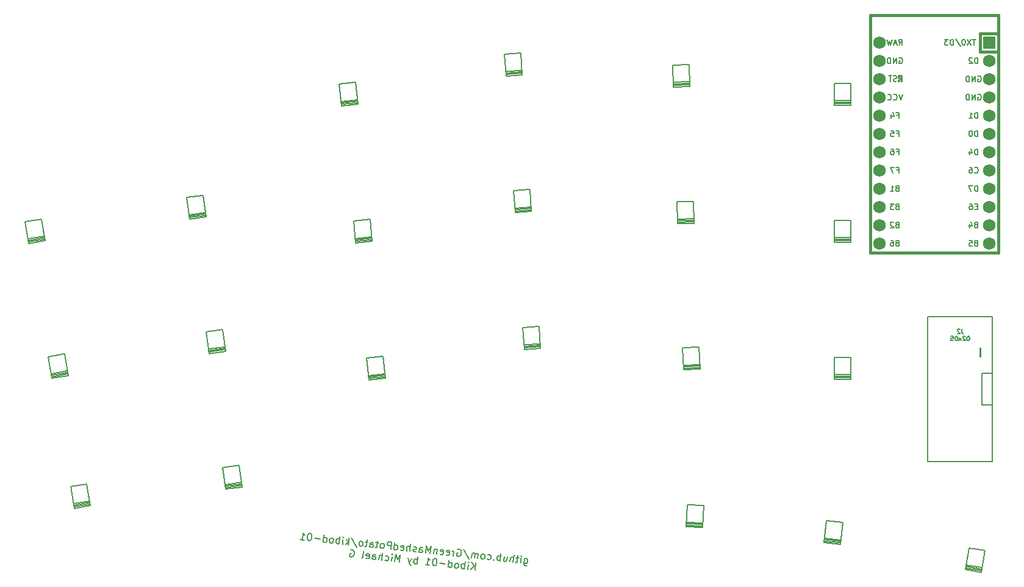
<source format=gbo>
%TF.GenerationSoftware,KiCad,Pcbnew,(6.0.0-0)*%
%TF.CreationDate,2022-01-05T19:55:07+07:00*%
%TF.ProjectId,kibod-01,6b69626f-642d-4303-912e-6b696361645f,rev?*%
%TF.SameCoordinates,Original*%
%TF.FileFunction,Legend,Bot*%
%TF.FilePolarity,Positive*%
%FSLAX46Y46*%
G04 Gerber Fmt 4.6, Leading zero omitted, Abs format (unit mm)*
G04 Created by KiCad (PCBNEW (6.0.0-0)) date 2022-01-05 19:55:07*
%MOMM*%
%LPD*%
G01*
G04 APERTURE LIST*
%ADD10C,0.150000*%
%ADD11C,0.127000*%
%ADD12C,0.203200*%
%ADD13C,0.381000*%
%ADD14R,1.752600X1.752600*%
%ADD15C,1.752600*%
G04 APERTURE END LIST*
D10*
X101571803Y-94125374D02*
X101487185Y-94930463D01*
X101524588Y-95030157D01*
X101566969Y-95082493D01*
X101656708Y-95139806D01*
X101798782Y-95154739D01*
X101898476Y-95117336D01*
X101507095Y-94741030D02*
X101596834Y-94798344D01*
X101786267Y-94818254D01*
X101885961Y-94780851D01*
X101938296Y-94738470D01*
X101995610Y-94648731D01*
X102025475Y-94364582D01*
X101988072Y-94264888D01*
X101945691Y-94212553D01*
X101855952Y-94155239D01*
X101666520Y-94135329D01*
X101566826Y-94172732D01*
X101028536Y-94738613D02*
X101098222Y-94075599D01*
X101133064Y-93744091D02*
X101175445Y-93796427D01*
X101123109Y-93838808D01*
X101080729Y-93786472D01*
X101133064Y-93744091D01*
X101123109Y-93838808D01*
X100766714Y-94040756D02*
X100387849Y-94000935D01*
X100659482Y-93694316D02*
X100569887Y-94546763D01*
X100512573Y-94636502D01*
X100412879Y-94673905D01*
X100318163Y-94663950D01*
X99986656Y-94629107D02*
X100091184Y-93634585D01*
X99560432Y-94584309D02*
X99615185Y-94063369D01*
X99672498Y-93973630D01*
X99772192Y-93936227D01*
X99914267Y-93951160D01*
X100004006Y-94008473D01*
X100046386Y-94060809D01*
X98730312Y-93826721D02*
X98660627Y-94489736D01*
X99156536Y-93871519D02*
X99101783Y-94392459D01*
X99044470Y-94482198D01*
X98944776Y-94519601D01*
X98802701Y-94504668D01*
X98712962Y-94447355D01*
X98670582Y-94395019D01*
X98187045Y-94439960D02*
X98291573Y-93445438D01*
X98251753Y-93824304D02*
X98162014Y-93766991D01*
X97972581Y-93747080D01*
X97872887Y-93784484D01*
X97820552Y-93826864D01*
X97763238Y-93916603D01*
X97733373Y-94200752D01*
X97770776Y-94300446D01*
X97813157Y-94352782D01*
X97902896Y-94410095D01*
X98092328Y-94430005D01*
X98192022Y-94392602D01*
X97297194Y-94250671D02*
X97244859Y-94293051D01*
X97287239Y-94345387D01*
X97339575Y-94303006D01*
X97297194Y-94250671D01*
X97287239Y-94345387D01*
X96392411Y-94203455D02*
X96482150Y-94260769D01*
X96671583Y-94280679D01*
X96771277Y-94243276D01*
X96823612Y-94200895D01*
X96880926Y-94111156D01*
X96910791Y-93827007D01*
X96873388Y-93727313D01*
X96831007Y-93674978D01*
X96741268Y-93617664D01*
X96551836Y-93597754D01*
X96452142Y-93635157D01*
X95819135Y-94191083D02*
X95918829Y-94153680D01*
X95971165Y-94111299D01*
X96028478Y-94021561D01*
X96058344Y-93737411D01*
X96020941Y-93637717D01*
X95978560Y-93585382D01*
X95888821Y-93528068D01*
X95746747Y-93513136D01*
X95647053Y-93550539D01*
X95594717Y-93592920D01*
X95537404Y-93682658D01*
X95507538Y-93966808D01*
X95544941Y-94066501D01*
X95587322Y-94118837D01*
X95677061Y-94176150D01*
X95819135Y-94191083D01*
X95061405Y-94111442D02*
X95131090Y-93448428D01*
X95121135Y-93543144D02*
X95078754Y-93490808D01*
X94989016Y-93433495D01*
X94846941Y-93418562D01*
X94747247Y-93455966D01*
X94689934Y-93545704D01*
X94635181Y-94066644D01*
X94689934Y-93545704D02*
X94652531Y-93446010D01*
X94562792Y-93388697D01*
X94420717Y-93373765D01*
X94321023Y-93411168D01*
X94263710Y-93500906D01*
X94208957Y-94021847D01*
X93134509Y-92855528D02*
X93852562Y-94223795D01*
X92272106Y-92860648D02*
X92371800Y-92823245D01*
X92513875Y-92838178D01*
X92650972Y-92900469D01*
X92735733Y-93005140D01*
X92773136Y-93104834D01*
X92800584Y-93299244D01*
X92785651Y-93441319D01*
X92718383Y-93625774D01*
X92661070Y-93715513D01*
X92556398Y-93800274D01*
X92409346Y-93832700D01*
X92314630Y-93822745D01*
X92177533Y-93760454D01*
X92135152Y-93708118D01*
X92169995Y-93376611D01*
X92359428Y-93396521D01*
X91698973Y-93758037D02*
X91768659Y-93095022D01*
X91748749Y-93284455D02*
X91711346Y-93184761D01*
X91668965Y-93132425D01*
X91579226Y-93075112D01*
X91484510Y-93065157D01*
X90709429Y-93606150D02*
X90799168Y-93663463D01*
X90988601Y-93683373D01*
X91088294Y-93645970D01*
X91145608Y-93556231D01*
X91185428Y-93177366D01*
X91148025Y-93077672D01*
X91058286Y-93020359D01*
X90868853Y-93000449D01*
X90769160Y-93037852D01*
X90711846Y-93127591D01*
X90701891Y-93222307D01*
X91165518Y-93366799D01*
X89856982Y-93516554D02*
X89946720Y-93573867D01*
X90136153Y-93593778D01*
X90235847Y-93556374D01*
X90293160Y-93466636D01*
X90332981Y-93087770D01*
X90295578Y-92988076D01*
X90205839Y-92930763D01*
X90016406Y-92910853D01*
X89916712Y-92948256D01*
X89859399Y-93037995D01*
X89849444Y-93132711D01*
X90313071Y-93277203D01*
X89448108Y-92851122D02*
X89378422Y-93514137D01*
X89438153Y-92945839D02*
X89395772Y-92893503D01*
X89306033Y-92836190D01*
X89163959Y-92821257D01*
X89064265Y-92858660D01*
X89006952Y-92948399D01*
X88952199Y-93469339D01*
X88478617Y-93419563D02*
X88583145Y-92425042D01*
X88176975Y-93100572D01*
X87920131Y-92355356D01*
X87815602Y-93349878D01*
X86915797Y-93255304D02*
X86970550Y-92734364D01*
X87027863Y-92644626D01*
X87127557Y-92607222D01*
X87316990Y-92627133D01*
X87406728Y-92684446D01*
X86920774Y-93207946D02*
X87010513Y-93265260D01*
X87247304Y-93290147D01*
X87346998Y-93252744D01*
X87404311Y-93163005D01*
X87414266Y-93068289D01*
X87376863Y-92968595D01*
X87287124Y-92911282D01*
X87050333Y-92886394D01*
X86960595Y-92829081D01*
X86494550Y-93163148D02*
X86394857Y-93200551D01*
X86205424Y-93180641D01*
X86115685Y-93123328D01*
X86078282Y-93023634D01*
X86083259Y-92976276D01*
X86140573Y-92886537D01*
X86240267Y-92849134D01*
X86382341Y-92864067D01*
X86482035Y-92826664D01*
X86539348Y-92736925D01*
X86544326Y-92689566D01*
X86506923Y-92589873D01*
X86417184Y-92532559D01*
X86275109Y-92517627D01*
X86175416Y-92555030D01*
X85637126Y-93120911D02*
X85741654Y-92126389D01*
X85210902Y-93076113D02*
X85265655Y-92555173D01*
X85322968Y-92465434D01*
X85422662Y-92428031D01*
X85564737Y-92442963D01*
X85654475Y-92500277D01*
X85696856Y-92552612D01*
X84363432Y-92939159D02*
X84453171Y-92996472D01*
X84642604Y-93016382D01*
X84742298Y-92978979D01*
X84799611Y-92889240D01*
X84839431Y-92510375D01*
X84802028Y-92410681D01*
X84712289Y-92353368D01*
X84522857Y-92333457D01*
X84423163Y-92370861D01*
X84365849Y-92460599D01*
X84355894Y-92555316D01*
X84819521Y-92699808D01*
X83458649Y-92891944D02*
X83563178Y-91897422D01*
X83463627Y-92844585D02*
X83553365Y-92901899D01*
X83742798Y-92921809D01*
X83842492Y-92884406D01*
X83894828Y-92842025D01*
X83952141Y-92752286D01*
X83982006Y-92468137D01*
X83944603Y-92368443D01*
X83902223Y-92316108D01*
X83812484Y-92258794D01*
X83623051Y-92238884D01*
X83523357Y-92276287D01*
X82985067Y-92842168D02*
X83089596Y-91847646D01*
X82710730Y-91807826D01*
X82611036Y-91845229D01*
X82558701Y-91887610D01*
X82501387Y-91977348D01*
X82486455Y-92119423D01*
X82523858Y-92219117D01*
X82566238Y-92271453D01*
X82655977Y-92328766D01*
X83034843Y-92368586D01*
X81848471Y-92722707D02*
X81948165Y-92685304D01*
X82000500Y-92642923D01*
X82057814Y-92553184D01*
X82087679Y-92269035D01*
X82050276Y-92169341D01*
X82007895Y-92117006D01*
X81918156Y-92059692D01*
X81776082Y-92044760D01*
X81676388Y-92082163D01*
X81624052Y-92124544D01*
X81566739Y-92214282D01*
X81536874Y-92498431D01*
X81574277Y-92598125D01*
X81616657Y-92650461D01*
X81706396Y-92707774D01*
X81848471Y-92722707D01*
X81302500Y-91994984D02*
X80923634Y-91955164D01*
X81195268Y-91648544D02*
X81105672Y-92500992D01*
X81048359Y-92590731D01*
X80948665Y-92628134D01*
X80853949Y-92618179D01*
X80096218Y-92538538D02*
X80150971Y-92017598D01*
X80208284Y-91927859D01*
X80307978Y-91890456D01*
X80497411Y-91910366D01*
X80587150Y-91967679D01*
X80101195Y-92491180D02*
X80190934Y-92548493D01*
X80427725Y-92573381D01*
X80527419Y-92535978D01*
X80584732Y-92446239D01*
X80594687Y-92351522D01*
X80557284Y-92251828D01*
X80467546Y-92194515D01*
X80230755Y-92169627D01*
X80141016Y-92112314D01*
X79834396Y-91840680D02*
X79455531Y-91800860D01*
X79727164Y-91494240D02*
X79637569Y-92346688D01*
X79580255Y-92436427D01*
X79480561Y-92473830D01*
X79385845Y-92463875D01*
X78912263Y-92414099D02*
X79011957Y-92376696D01*
X79064293Y-92334315D01*
X79121606Y-92244577D01*
X79151471Y-91960428D01*
X79114068Y-91860734D01*
X79071688Y-91808398D01*
X78981949Y-91751085D01*
X78839874Y-91736152D01*
X78740180Y-91773555D01*
X78687845Y-91815936D01*
X78630531Y-91905675D01*
X78600666Y-92189824D01*
X78638069Y-92289518D01*
X78680450Y-92341853D01*
X78770189Y-92399167D01*
X78912263Y-92414099D01*
X77553666Y-91217915D02*
X78271719Y-92586182D01*
X77112652Y-92224952D02*
X77217181Y-91230431D01*
X77057756Y-91836132D02*
X76733787Y-92185132D01*
X76803472Y-91522117D02*
X77142517Y-91940803D01*
X76307563Y-92140334D02*
X76377249Y-91477320D01*
X76412092Y-91145812D02*
X76454472Y-91198148D01*
X76402136Y-91240529D01*
X76359756Y-91188193D01*
X76412092Y-91145812D01*
X76402136Y-91240529D01*
X75833981Y-92090559D02*
X75938510Y-91096037D01*
X75898689Y-91474902D02*
X75808950Y-91417589D01*
X75619518Y-91397679D01*
X75519824Y-91435082D01*
X75467488Y-91477463D01*
X75410175Y-91567201D01*
X75380310Y-91851351D01*
X75417713Y-91951044D01*
X75460093Y-92003380D01*
X75549832Y-92060693D01*
X75739265Y-92080604D01*
X75838959Y-92043201D01*
X74792101Y-91981053D02*
X74891795Y-91943650D01*
X74944131Y-91901269D01*
X75001444Y-91811530D01*
X75031309Y-91527381D01*
X74993906Y-91427687D01*
X74951526Y-91375351D01*
X74861787Y-91318038D01*
X74719712Y-91303105D01*
X74620018Y-91340509D01*
X74567683Y-91382889D01*
X74510369Y-91472628D01*
X74480504Y-91756777D01*
X74517907Y-91856471D01*
X74560288Y-91908807D01*
X74650027Y-91966120D01*
X74792101Y-91981053D01*
X73608146Y-91856614D02*
X73712675Y-90862092D01*
X73613124Y-91809256D02*
X73702863Y-91866569D01*
X73892296Y-91886479D01*
X73991990Y-91849076D01*
X74044325Y-91806696D01*
X74101639Y-91716957D01*
X74131504Y-91432808D01*
X74094101Y-91333114D01*
X74051720Y-91280778D01*
X73961981Y-91223465D01*
X73772548Y-91203555D01*
X73672855Y-91240958D01*
X73174385Y-91427973D02*
X72416654Y-91348332D01*
X71818348Y-90662990D02*
X71723631Y-90653035D01*
X71623937Y-90690438D01*
X71571601Y-90732819D01*
X71514288Y-90822558D01*
X71447020Y-91007013D01*
X71422132Y-91243804D01*
X71449580Y-91438214D01*
X71486983Y-91537908D01*
X71529364Y-91590244D01*
X71619103Y-91647557D01*
X71713819Y-91657512D01*
X71813513Y-91620109D01*
X71865849Y-91577728D01*
X71923162Y-91487990D01*
X71990430Y-91303534D01*
X72015318Y-91066744D01*
X71987870Y-90872333D01*
X71950467Y-90772639D01*
X71908086Y-90720304D01*
X71818348Y-90662990D01*
X70435148Y-91523118D02*
X71003446Y-91582849D01*
X70719297Y-91552984D02*
X70823826Y-90558462D01*
X70903609Y-90710492D01*
X70988371Y-90815163D01*
X71078109Y-90872476D01*
X94692451Y-95719621D02*
X94796979Y-94725099D01*
X94124153Y-95659890D02*
X94610107Y-95136390D01*
X94228681Y-94665368D02*
X94737249Y-95293397D01*
X93697929Y-95615092D02*
X93767615Y-94952078D01*
X93802457Y-94620571D02*
X93844838Y-94672906D01*
X93792502Y-94715287D01*
X93750122Y-94662951D01*
X93802457Y-94620571D01*
X93792502Y-94715287D01*
X93224347Y-95565317D02*
X93328876Y-94570795D01*
X93289055Y-94949661D02*
X93199316Y-94892347D01*
X93009884Y-94872437D01*
X92910190Y-94909840D01*
X92857854Y-94952221D01*
X92800541Y-95041960D01*
X92770675Y-95326109D01*
X92808079Y-95425803D01*
X92850459Y-95478138D01*
X92940198Y-95535452D01*
X93129631Y-95555362D01*
X93229325Y-95517959D01*
X92182467Y-95455811D02*
X92282161Y-95418408D01*
X92334497Y-95376027D01*
X92391810Y-95286288D01*
X92421675Y-95002139D01*
X92384272Y-94902445D01*
X92341891Y-94850110D01*
X92252153Y-94792796D01*
X92110078Y-94777864D01*
X92010384Y-94815267D01*
X91958048Y-94857647D01*
X91900735Y-94947386D01*
X91870870Y-95231535D01*
X91908273Y-95331229D01*
X91950654Y-95383565D01*
X92040392Y-95440878D01*
X92182467Y-95455811D01*
X90998512Y-95331372D02*
X91103041Y-94336850D01*
X91003490Y-95284014D02*
X91093229Y-95341327D01*
X91282661Y-95361238D01*
X91382355Y-95323835D01*
X91434691Y-95281454D01*
X91492004Y-95191715D01*
X91521870Y-94907566D01*
X91484467Y-94807872D01*
X91442086Y-94755536D01*
X91352347Y-94698223D01*
X91162914Y-94678313D01*
X91063220Y-94715716D01*
X90564751Y-94902731D02*
X89807020Y-94823091D01*
X89208713Y-94137749D02*
X89113997Y-94127794D01*
X89014303Y-94165197D01*
X88961967Y-94207577D01*
X88904654Y-94297316D01*
X88837386Y-94481771D01*
X88812498Y-94718562D01*
X88839946Y-94912972D01*
X88877349Y-95012666D01*
X88919730Y-95065002D01*
X89009469Y-95122315D01*
X89104185Y-95132271D01*
X89203879Y-95094867D01*
X89256215Y-95052487D01*
X89313528Y-94962748D01*
X89380796Y-94778293D01*
X89405684Y-94541502D01*
X89378236Y-94347092D01*
X89340833Y-94247398D01*
X89298452Y-94195062D01*
X89208713Y-94137749D01*
X87825514Y-94997877D02*
X88393812Y-95057607D01*
X88109663Y-95027742D02*
X88214192Y-94033220D01*
X88293975Y-94185250D01*
X88378737Y-94289921D01*
X88468475Y-94347235D01*
X86641559Y-94873438D02*
X86746088Y-93878916D01*
X86706267Y-94257782D02*
X86616529Y-94200468D01*
X86427096Y-94180558D01*
X86327402Y-94217961D01*
X86275066Y-94260342D01*
X86217753Y-94350081D01*
X86187888Y-94634230D01*
X86225291Y-94733924D01*
X86267671Y-94786260D01*
X86357410Y-94843573D01*
X86546843Y-94863483D01*
X86646537Y-94826080D01*
X85906156Y-94125805D02*
X85599679Y-94763932D01*
X85432574Y-94076030D02*
X85599679Y-94763932D01*
X85669508Y-95010678D01*
X85711889Y-95063014D01*
X85801627Y-95120327D01*
X84226292Y-94619583D02*
X84330820Y-93625061D01*
X83924650Y-94300591D01*
X83667806Y-93555376D01*
X83563277Y-94549898D01*
X83089695Y-94500122D02*
X83159381Y-93837108D01*
X83194224Y-93505600D02*
X83236605Y-93557936D01*
X83184269Y-93600317D01*
X83141888Y-93547981D01*
X83194224Y-93505600D01*
X83184269Y-93600317D01*
X82194867Y-94358191D02*
X82284606Y-94415504D01*
X82474039Y-94435414D01*
X82573733Y-94398011D01*
X82626069Y-94355630D01*
X82683382Y-94265892D01*
X82713247Y-93981742D01*
X82675844Y-93882049D01*
X82633463Y-93829713D01*
X82543725Y-93772399D01*
X82354292Y-93752489D01*
X82254598Y-93789892D01*
X81763666Y-94360751D02*
X81868195Y-93366229D01*
X81337443Y-94315953D02*
X81392196Y-93795013D01*
X81449509Y-93705274D01*
X81549203Y-93667871D01*
X81691277Y-93682804D01*
X81781016Y-93740117D01*
X81823397Y-93792453D01*
X80437637Y-94221380D02*
X80492390Y-93700440D01*
X80549703Y-93610701D01*
X80649397Y-93573298D01*
X80838830Y-93593208D01*
X80928569Y-93650521D01*
X80442615Y-94174021D02*
X80532353Y-94231335D01*
X80769144Y-94256222D01*
X80868838Y-94218819D01*
X80926152Y-94129081D01*
X80936107Y-94034364D01*
X80898704Y-93934670D01*
X80808965Y-93877357D01*
X80572174Y-93852469D01*
X80482435Y-93795156D01*
X79590167Y-94084426D02*
X79679906Y-94141739D01*
X79869339Y-94161649D01*
X79969033Y-94124246D01*
X80026346Y-94034507D01*
X80066166Y-93655642D01*
X80028763Y-93555948D01*
X79939024Y-93498634D01*
X79749592Y-93478724D01*
X79649898Y-93516127D01*
X79592584Y-93605866D01*
X79582629Y-93700583D01*
X80046256Y-93845074D01*
X78969533Y-94067076D02*
X79069227Y-94029673D01*
X79126540Y-93939934D01*
X79216136Y-93087486D01*
X77411548Y-92945698D02*
X77511242Y-92908295D01*
X77653316Y-92923227D01*
X77790413Y-92985518D01*
X77875174Y-93090190D01*
X77912578Y-93189884D01*
X77940026Y-93384294D01*
X77925093Y-93526368D01*
X77857825Y-93710824D01*
X77800511Y-93800562D01*
X77695840Y-93885324D01*
X77548788Y-93917749D01*
X77454071Y-93907794D01*
X77316974Y-93845503D01*
X77274594Y-93793168D01*
X77309437Y-93461660D01*
X77498869Y-93481571D01*
%TO.C,U1*%
X164033844Y-40452053D02*
X164071939Y-40490148D01*
X164186225Y-40528243D01*
X164262415Y-40528243D01*
X164376701Y-40490148D01*
X164452891Y-40413958D01*
X164490987Y-40337767D01*
X164529082Y-40185386D01*
X164529082Y-40071100D01*
X164490987Y-39918719D01*
X164452891Y-39842529D01*
X164376701Y-39766339D01*
X164262415Y-39728243D01*
X164186225Y-39728243D01*
X164071939Y-39766339D01*
X164033844Y-39804434D01*
X163348130Y-39728243D02*
X163500511Y-39728243D01*
X163576701Y-39766339D01*
X163614796Y-39804434D01*
X163690987Y-39918719D01*
X163729082Y-40071100D01*
X163729082Y-40375862D01*
X163690987Y-40452053D01*
X163652891Y-40490148D01*
X163576701Y-40528243D01*
X163424320Y-40528243D01*
X163348130Y-40490148D01*
X163310034Y-40452053D01*
X163271939Y-40375862D01*
X163271939Y-40185386D01*
X163310034Y-40109196D01*
X163348130Y-40071100D01*
X163424320Y-40033005D01*
X163576701Y-40033005D01*
X163652891Y-40071100D01*
X163690987Y-40109196D01*
X163729082Y-40185386D01*
X154045177Y-29568243D02*
X153778511Y-30368243D01*
X153511844Y-29568243D01*
X152788034Y-30292053D02*
X152826130Y-30330148D01*
X152940415Y-30368243D01*
X153016606Y-30368243D01*
X153130891Y-30330148D01*
X153207082Y-30253958D01*
X153245177Y-30177767D01*
X153283272Y-30025386D01*
X153283272Y-29911100D01*
X153245177Y-29758719D01*
X153207082Y-29682529D01*
X153130891Y-29606339D01*
X153016606Y-29568243D01*
X152940415Y-29568243D01*
X152826130Y-29606339D01*
X152788034Y-29644434D01*
X151988034Y-30292053D02*
X152026130Y-30330148D01*
X152140415Y-30368243D01*
X152216606Y-30368243D01*
X152330891Y-30330148D01*
X152407082Y-30253958D01*
X152445177Y-30177767D01*
X152483272Y-30025386D01*
X152483272Y-29911100D01*
X152445177Y-29758719D01*
X152407082Y-29682529D01*
X152330891Y-29606339D01*
X152216606Y-29568243D01*
X152140415Y-29568243D01*
X152026130Y-29606339D01*
X151988034Y-29644434D01*
X164510034Y-29606339D02*
X164586225Y-29568243D01*
X164700511Y-29568243D01*
X164814796Y-29606339D01*
X164890987Y-29682529D01*
X164929082Y-29758719D01*
X164967177Y-29911100D01*
X164967177Y-30025386D01*
X164929082Y-30177767D01*
X164890987Y-30253958D01*
X164814796Y-30330148D01*
X164700511Y-30368243D01*
X164624320Y-30368243D01*
X164510034Y-30330148D01*
X164471939Y-30292053D01*
X164471939Y-30025386D01*
X164624320Y-30025386D01*
X164129082Y-30368243D02*
X164129082Y-29568243D01*
X163671939Y-30368243D01*
X163671939Y-29568243D01*
X163290987Y-30368243D02*
X163290987Y-29568243D01*
X163100511Y-29568243D01*
X162986225Y-29606339D01*
X162910034Y-29682529D01*
X162871939Y-29758719D01*
X162833844Y-29911100D01*
X162833844Y-30025386D01*
X162871939Y-30177767D01*
X162910034Y-30253958D01*
X162986225Y-30330148D01*
X163100511Y-30368243D01*
X163290987Y-30368243D01*
X153245177Y-35029196D02*
X153511844Y-35029196D01*
X153511844Y-35448243D02*
X153511844Y-34648243D01*
X153130891Y-34648243D01*
X152445177Y-34648243D02*
X152826130Y-34648243D01*
X152864225Y-35029196D01*
X152826130Y-34991100D01*
X152749939Y-34953005D01*
X152559463Y-34953005D01*
X152483272Y-34991100D01*
X152445177Y-35029196D01*
X152407082Y-35105386D01*
X152407082Y-35295862D01*
X152445177Y-35372053D01*
X152483272Y-35410148D01*
X152559463Y-35448243D01*
X152749939Y-35448243D01*
X152826130Y-35410148D01*
X152864225Y-35372053D01*
X153245177Y-40109196D02*
X153511844Y-40109196D01*
X153511844Y-40528243D02*
X153511844Y-39728243D01*
X153130891Y-39728243D01*
X152902320Y-39728243D02*
X152368987Y-39728243D01*
X152711844Y-40528243D01*
X164201859Y-21948243D02*
X163744716Y-21948243D01*
X163973287Y-22748243D02*
X163973287Y-21948243D01*
X163554240Y-21948243D02*
X163020906Y-22748243D01*
X163020906Y-21948243D02*
X163554240Y-22748243D01*
X162563763Y-21948243D02*
X162487573Y-21948243D01*
X162411383Y-21986339D01*
X162373287Y-22024434D01*
X162335192Y-22100624D01*
X162297097Y-22253005D01*
X162297097Y-22443481D01*
X162335192Y-22595862D01*
X162373287Y-22672053D01*
X162411383Y-22710148D01*
X162487573Y-22748243D01*
X162563763Y-22748243D01*
X162639954Y-22710148D01*
X162678049Y-22672053D01*
X162716144Y-22595862D01*
X162754240Y-22443481D01*
X162754240Y-22253005D01*
X162716144Y-22100624D01*
X162678049Y-22024434D01*
X162639954Y-21986339D01*
X162563763Y-21948243D01*
X161382811Y-21910148D02*
X162068525Y-22938719D01*
X161116144Y-22748243D02*
X161116144Y-21948243D01*
X160925668Y-21948243D01*
X160811383Y-21986339D01*
X160735192Y-22062529D01*
X160697097Y-22138719D01*
X160659002Y-22291100D01*
X160659002Y-22405386D01*
X160697097Y-22557767D01*
X160735192Y-22633958D01*
X160811383Y-22710148D01*
X160925668Y-22748243D01*
X161116144Y-22748243D01*
X160392335Y-21948243D02*
X159897097Y-21948243D01*
X160163763Y-22253005D01*
X160049478Y-22253005D01*
X159973287Y-22291100D01*
X159935192Y-22329196D01*
X159897097Y-22405386D01*
X159897097Y-22595862D01*
X159935192Y-22672053D01*
X159973287Y-22710148D01*
X160049478Y-22748243D01*
X160278049Y-22748243D01*
X160354240Y-22710148D01*
X160392335Y-22672053D01*
X164490987Y-37988243D02*
X164490987Y-37188243D01*
X164300511Y-37188243D01*
X164186225Y-37226339D01*
X164110034Y-37302529D01*
X164071939Y-37378719D01*
X164033844Y-37531100D01*
X164033844Y-37645386D01*
X164071939Y-37797767D01*
X164110034Y-37873958D01*
X164186225Y-37950148D01*
X164300511Y-37988243D01*
X164490987Y-37988243D01*
X163348130Y-37454910D02*
X163348130Y-37988243D01*
X163538606Y-37150148D02*
X163729082Y-37721577D01*
X163233844Y-37721577D01*
X153245177Y-37569196D02*
X153511844Y-37569196D01*
X153511844Y-37988243D02*
X153511844Y-37188243D01*
X153130891Y-37188243D01*
X152483272Y-37188243D02*
X152635653Y-37188243D01*
X152711844Y-37226339D01*
X152749939Y-37264434D01*
X152826130Y-37378719D01*
X152864225Y-37531100D01*
X152864225Y-37835862D01*
X152826130Y-37912053D01*
X152788034Y-37950148D01*
X152711844Y-37988243D01*
X152559463Y-37988243D01*
X152483272Y-37950148D01*
X152445177Y-37912053D01*
X152407082Y-37835862D01*
X152407082Y-37645386D01*
X152445177Y-37569196D01*
X152483272Y-37531100D01*
X152559463Y-37493005D01*
X152711844Y-37493005D01*
X152788034Y-37531100D01*
X152826130Y-37569196D01*
X152864225Y-37645386D01*
X153302320Y-47729196D02*
X153188034Y-47767291D01*
X153149939Y-47805386D01*
X153111844Y-47881577D01*
X153111844Y-47995862D01*
X153149939Y-48072053D01*
X153188034Y-48110148D01*
X153264225Y-48148243D01*
X153568987Y-48148243D01*
X153568987Y-47348243D01*
X153302320Y-47348243D01*
X153226130Y-47386339D01*
X153188034Y-47424434D01*
X153149939Y-47500624D01*
X153149939Y-47576815D01*
X153188034Y-47653005D01*
X153226130Y-47691100D01*
X153302320Y-47729196D01*
X153568987Y-47729196D01*
X152807082Y-47424434D02*
X152768987Y-47386339D01*
X152692796Y-47348243D01*
X152502320Y-47348243D01*
X152426130Y-47386339D01*
X152388034Y-47424434D01*
X152349939Y-47500624D01*
X152349939Y-47576815D01*
X152388034Y-47691100D01*
X152845177Y-48148243D01*
X152349939Y-48148243D01*
X164490987Y-25288243D02*
X164490987Y-24488243D01*
X164300511Y-24488243D01*
X164186225Y-24526339D01*
X164110034Y-24602529D01*
X164071939Y-24678719D01*
X164033844Y-24831100D01*
X164033844Y-24945386D01*
X164071939Y-25097767D01*
X164110034Y-25173958D01*
X164186225Y-25250148D01*
X164300511Y-25288243D01*
X164490987Y-25288243D01*
X163729082Y-24564434D02*
X163690987Y-24526339D01*
X163614796Y-24488243D01*
X163424320Y-24488243D01*
X163348130Y-24526339D01*
X163310034Y-24564434D01*
X163271939Y-24640624D01*
X163271939Y-24716815D01*
X163310034Y-24831100D01*
X163767177Y-25288243D01*
X163271939Y-25288243D01*
X164224320Y-50269196D02*
X164110034Y-50307291D01*
X164071939Y-50345386D01*
X164033844Y-50421577D01*
X164033844Y-50535862D01*
X164071939Y-50612053D01*
X164110034Y-50650148D01*
X164186225Y-50688243D01*
X164490987Y-50688243D01*
X164490987Y-49888243D01*
X164224320Y-49888243D01*
X164148130Y-49926339D01*
X164110034Y-49964434D01*
X164071939Y-50040624D01*
X164071939Y-50116815D01*
X164110034Y-50193005D01*
X164148130Y-50231100D01*
X164224320Y-50269196D01*
X164490987Y-50269196D01*
X163310034Y-49888243D02*
X163690987Y-49888243D01*
X163729082Y-50269196D01*
X163690987Y-50231100D01*
X163614796Y-50193005D01*
X163424320Y-50193005D01*
X163348130Y-50231100D01*
X163310034Y-50269196D01*
X163271939Y-50345386D01*
X163271939Y-50535862D01*
X163310034Y-50612053D01*
X163348130Y-50650148D01*
X163424320Y-50688243D01*
X163614796Y-50688243D01*
X163690987Y-50650148D01*
X163729082Y-50612053D01*
X153245177Y-32489196D02*
X153511844Y-32489196D01*
X153511844Y-32908243D02*
X153511844Y-32108243D01*
X153130891Y-32108243D01*
X152483272Y-32374910D02*
X152483272Y-32908243D01*
X152673749Y-32070148D02*
X152864225Y-32641577D01*
X152368987Y-32641577D01*
X153530891Y-22748243D02*
X153797558Y-22367291D01*
X153988034Y-22748243D02*
X153988034Y-21948243D01*
X153683272Y-21948243D01*
X153607082Y-21986339D01*
X153568987Y-22024434D01*
X153530891Y-22100624D01*
X153530891Y-22214910D01*
X153568987Y-22291100D01*
X153607082Y-22329196D01*
X153683272Y-22367291D01*
X153988034Y-22367291D01*
X153226130Y-22519672D02*
X152845177Y-22519672D01*
X153302320Y-22748243D02*
X153035653Y-21948243D01*
X152768987Y-22748243D01*
X152578511Y-21948243D02*
X152388034Y-22748243D01*
X152235653Y-22176815D01*
X152083272Y-22748243D01*
X151892796Y-21948243D01*
X164452891Y-45189196D02*
X164186225Y-45189196D01*
X164071939Y-45608243D02*
X164452891Y-45608243D01*
X164452891Y-44808243D01*
X164071939Y-44808243D01*
X163386225Y-44808243D02*
X163538606Y-44808243D01*
X163614796Y-44846339D01*
X163652891Y-44884434D01*
X163729082Y-44998719D01*
X163767177Y-45151100D01*
X163767177Y-45455862D01*
X163729082Y-45532053D01*
X163690987Y-45570148D01*
X163614796Y-45608243D01*
X163462415Y-45608243D01*
X163386225Y-45570148D01*
X163348130Y-45532053D01*
X163310034Y-45455862D01*
X163310034Y-45265386D01*
X163348130Y-45189196D01*
X163386225Y-45151100D01*
X163462415Y-45113005D01*
X163614796Y-45113005D01*
X163690987Y-45151100D01*
X163729082Y-45189196D01*
X163767177Y-45265386D01*
X164490987Y-32908243D02*
X164490987Y-32108243D01*
X164300511Y-32108243D01*
X164186225Y-32146339D01*
X164110034Y-32222529D01*
X164071939Y-32298719D01*
X164033844Y-32451100D01*
X164033844Y-32565386D01*
X164071939Y-32717767D01*
X164110034Y-32793958D01*
X164186225Y-32870148D01*
X164300511Y-32908243D01*
X164490987Y-32908243D01*
X163271939Y-32908243D02*
X163729082Y-32908243D01*
X163500511Y-32908243D02*
X163500511Y-32108243D01*
X163576701Y-32222529D01*
X163652891Y-32298719D01*
X163729082Y-32336815D01*
X164224320Y-47729196D02*
X164110034Y-47767291D01*
X164071939Y-47805386D01*
X164033844Y-47881577D01*
X164033844Y-47995862D01*
X164071939Y-48072053D01*
X164110034Y-48110148D01*
X164186225Y-48148243D01*
X164490987Y-48148243D01*
X164490987Y-47348243D01*
X164224320Y-47348243D01*
X164148130Y-47386339D01*
X164110034Y-47424434D01*
X164071939Y-47500624D01*
X164071939Y-47576815D01*
X164110034Y-47653005D01*
X164148130Y-47691100D01*
X164224320Y-47729196D01*
X164490987Y-47729196D01*
X163348130Y-47614910D02*
X163348130Y-48148243D01*
X163538606Y-47310148D02*
X163729082Y-47881577D01*
X163233844Y-47881577D01*
X153302320Y-45189196D02*
X153188034Y-45227291D01*
X153149939Y-45265386D01*
X153111844Y-45341577D01*
X153111844Y-45455862D01*
X153149939Y-45532053D01*
X153188034Y-45570148D01*
X153264225Y-45608243D01*
X153568987Y-45608243D01*
X153568987Y-44808243D01*
X153302320Y-44808243D01*
X153226130Y-44846339D01*
X153188034Y-44884434D01*
X153149939Y-44960624D01*
X153149939Y-45036815D01*
X153188034Y-45113005D01*
X153226130Y-45151100D01*
X153302320Y-45189196D01*
X153568987Y-45189196D01*
X152845177Y-44808243D02*
X152349939Y-44808243D01*
X152616606Y-45113005D01*
X152502320Y-45113005D01*
X152426130Y-45151100D01*
X152388034Y-45189196D01*
X152349939Y-45265386D01*
X152349939Y-45455862D01*
X152388034Y-45532053D01*
X152426130Y-45570148D01*
X152502320Y-45608243D01*
X152730891Y-45608243D01*
X152807082Y-45570148D01*
X152845177Y-45532053D01*
X164510034Y-27066339D02*
X164586225Y-27028243D01*
X164700511Y-27028243D01*
X164814796Y-27066339D01*
X164890987Y-27142529D01*
X164929082Y-27218719D01*
X164967177Y-27371100D01*
X164967177Y-27485386D01*
X164929082Y-27637767D01*
X164890987Y-27713958D01*
X164814796Y-27790148D01*
X164700511Y-27828243D01*
X164624320Y-27828243D01*
X164510034Y-27790148D01*
X164471939Y-27752053D01*
X164471939Y-27485386D01*
X164624320Y-27485386D01*
X164129082Y-27828243D02*
X164129082Y-27028243D01*
X163671939Y-27828243D01*
X163671939Y-27028243D01*
X163290987Y-27828243D02*
X163290987Y-27028243D01*
X163100511Y-27028243D01*
X162986225Y-27066339D01*
X162910034Y-27142529D01*
X162871939Y-27218719D01*
X162833844Y-27371100D01*
X162833844Y-27485386D01*
X162871939Y-27637767D01*
X162910034Y-27713958D01*
X162986225Y-27790148D01*
X163100511Y-27828243D01*
X163290987Y-27828243D01*
X153302320Y-50269196D02*
X153188034Y-50307291D01*
X153149939Y-50345386D01*
X153111844Y-50421577D01*
X153111844Y-50535862D01*
X153149939Y-50612053D01*
X153188034Y-50650148D01*
X153264225Y-50688243D01*
X153568987Y-50688243D01*
X153568987Y-49888243D01*
X153302320Y-49888243D01*
X153226130Y-49926339D01*
X153188034Y-49964434D01*
X153149939Y-50040624D01*
X153149939Y-50116815D01*
X153188034Y-50193005D01*
X153226130Y-50231100D01*
X153302320Y-50269196D01*
X153568987Y-50269196D01*
X152426130Y-49888243D02*
X152578511Y-49888243D01*
X152654701Y-49926339D01*
X152692796Y-49964434D01*
X152768987Y-50078719D01*
X152807082Y-50231100D01*
X152807082Y-50535862D01*
X152768987Y-50612053D01*
X152730891Y-50650148D01*
X152654701Y-50688243D01*
X152502320Y-50688243D01*
X152426130Y-50650148D01*
X152388034Y-50612053D01*
X152349939Y-50535862D01*
X152349939Y-50345386D01*
X152388034Y-50269196D01*
X152426130Y-50231100D01*
X152502320Y-50193005D01*
X152654701Y-50193005D01*
X152730891Y-50231100D01*
X152768987Y-50269196D01*
X152807082Y-50345386D01*
X153302320Y-42649196D02*
X153188034Y-42687291D01*
X153149939Y-42725386D01*
X153111844Y-42801577D01*
X153111844Y-42915862D01*
X153149939Y-42992053D01*
X153188034Y-43030148D01*
X153264225Y-43068243D01*
X153568987Y-43068243D01*
X153568987Y-42268243D01*
X153302320Y-42268243D01*
X153226130Y-42306339D01*
X153188034Y-42344434D01*
X153149939Y-42420624D01*
X153149939Y-42496815D01*
X153188034Y-42573005D01*
X153226130Y-42611100D01*
X153302320Y-42649196D01*
X153568987Y-42649196D01*
X152349939Y-43068243D02*
X152807082Y-43068243D01*
X152578511Y-43068243D02*
X152578511Y-42268243D01*
X152654701Y-42382529D01*
X152730891Y-42458719D01*
X152807082Y-42496815D01*
X164490987Y-35448243D02*
X164490987Y-34648243D01*
X164300511Y-34648243D01*
X164186225Y-34686339D01*
X164110034Y-34762529D01*
X164071939Y-34838719D01*
X164033844Y-34991100D01*
X164033844Y-35105386D01*
X164071939Y-35257767D01*
X164110034Y-35333958D01*
X164186225Y-35410148D01*
X164300511Y-35448243D01*
X164490987Y-35448243D01*
X163538606Y-34648243D02*
X163462415Y-34648243D01*
X163386225Y-34686339D01*
X163348130Y-34724434D01*
X163310034Y-34800624D01*
X163271939Y-34953005D01*
X163271939Y-35143481D01*
X163310034Y-35295862D01*
X163348130Y-35372053D01*
X163386225Y-35410148D01*
X163462415Y-35448243D01*
X163538606Y-35448243D01*
X163614796Y-35410148D01*
X163652891Y-35372053D01*
X163690987Y-35295862D01*
X163729082Y-35143481D01*
X163729082Y-34953005D01*
X163690987Y-34800624D01*
X163652891Y-34724434D01*
X163614796Y-34686339D01*
X163538606Y-34648243D01*
X164490987Y-43068243D02*
X164490987Y-42268243D01*
X164300511Y-42268243D01*
X164186225Y-42306339D01*
X164110034Y-42382529D01*
X164071939Y-42458719D01*
X164033844Y-42611100D01*
X164033844Y-42725386D01*
X164071939Y-42877767D01*
X164110034Y-42953958D01*
X164186225Y-43030148D01*
X164300511Y-43068243D01*
X164490987Y-43068243D01*
X163767177Y-42268243D02*
X163233844Y-42268243D01*
X163576701Y-43068243D01*
X153239724Y-27760148D02*
X153125438Y-27798243D01*
X152934962Y-27798243D01*
X152858771Y-27760148D01*
X152820676Y-27722053D01*
X152782581Y-27645862D01*
X152782581Y-27569672D01*
X152820676Y-27493481D01*
X152858771Y-27455386D01*
X152934962Y-27417291D01*
X153087343Y-27379196D01*
X153163533Y-27341100D01*
X153201629Y-27303005D01*
X153239724Y-27226815D01*
X153239724Y-27150624D01*
X153201629Y-27074434D01*
X153163533Y-27036339D01*
X153087343Y-26998243D01*
X152896867Y-26998243D01*
X152782581Y-27036339D01*
X152554010Y-26998243D02*
X152096867Y-26998243D01*
X152325438Y-27798243D02*
X152325438Y-26998243D01*
X153588034Y-24526339D02*
X153664225Y-24488243D01*
X153778511Y-24488243D01*
X153892796Y-24526339D01*
X153968987Y-24602529D01*
X154007082Y-24678719D01*
X154045177Y-24831100D01*
X154045177Y-24945386D01*
X154007082Y-25097767D01*
X153968987Y-25173958D01*
X153892796Y-25250148D01*
X153778511Y-25288243D01*
X153702320Y-25288243D01*
X153588034Y-25250148D01*
X153549939Y-25212053D01*
X153549939Y-24945386D01*
X153702320Y-24945386D01*
X153207082Y-25288243D02*
X153207082Y-24488243D01*
X152749939Y-25288243D01*
X152749939Y-24488243D01*
X152368987Y-25288243D02*
X152368987Y-24488243D01*
X152178511Y-24488243D01*
X152064225Y-24526339D01*
X151988034Y-24602529D01*
X151949939Y-24678719D01*
X151911844Y-24831100D01*
X151911844Y-24945386D01*
X151949939Y-25097767D01*
X151988034Y-25173958D01*
X152064225Y-25250148D01*
X152178511Y-25288243D01*
X152368987Y-25288243D01*
D11*
%TO.C,J2*%
X162249511Y-62234741D02*
X162249511Y-62670170D01*
X162278539Y-62757255D01*
X162336596Y-62815312D01*
X162423682Y-62844341D01*
X162481739Y-62844341D01*
X161988253Y-62292798D02*
X161959225Y-62263770D01*
X161901168Y-62234741D01*
X161756025Y-62234741D01*
X161697968Y-62263770D01*
X161668939Y-62292798D01*
X161639911Y-62350855D01*
X161639911Y-62408912D01*
X161668939Y-62495998D01*
X162017282Y-62844341D01*
X161639911Y-62844341D01*
X163192939Y-63234741D02*
X163134882Y-63234741D01*
X163076825Y-63263770D01*
X163047796Y-63292798D01*
X163018768Y-63350855D01*
X162989739Y-63466970D01*
X162989739Y-63612112D01*
X163018768Y-63728227D01*
X163047796Y-63786284D01*
X163076825Y-63815312D01*
X163134882Y-63844341D01*
X163192939Y-63844341D01*
X163250996Y-63815312D01*
X163280025Y-63786284D01*
X163309053Y-63728227D01*
X163338082Y-63612112D01*
X163338082Y-63466970D01*
X163309053Y-63350855D01*
X163280025Y-63292798D01*
X163250996Y-63263770D01*
X163192939Y-63234741D01*
X162757511Y-63292798D02*
X162728482Y-63263770D01*
X162670425Y-63234741D01*
X162525282Y-63234741D01*
X162467225Y-63263770D01*
X162438196Y-63292798D01*
X162409168Y-63350855D01*
X162409168Y-63408912D01*
X162438196Y-63495998D01*
X162786539Y-63844341D01*
X162409168Y-63844341D01*
X162205968Y-63844341D02*
X161886653Y-63437941D01*
X162205968Y-63437941D02*
X161886653Y-63844341D01*
X161538311Y-63234741D02*
X161480253Y-63234741D01*
X161422196Y-63263770D01*
X161393168Y-63292798D01*
X161364139Y-63350855D01*
X161335111Y-63466970D01*
X161335111Y-63612112D01*
X161364139Y-63728227D01*
X161393168Y-63786284D01*
X161422196Y-63815312D01*
X161480253Y-63844341D01*
X161538311Y-63844341D01*
X161596368Y-63815312D01*
X161625396Y-63786284D01*
X161654425Y-63728227D01*
X161683453Y-63612112D01*
X161683453Y-63466970D01*
X161654425Y-63350855D01*
X161625396Y-63292798D01*
X161596368Y-63263770D01*
X161538311Y-63234741D01*
X160783568Y-63234741D02*
X161073853Y-63234741D01*
X161102882Y-63525027D01*
X161073853Y-63495998D01*
X161015796Y-63466970D01*
X160870653Y-63466970D01*
X160812596Y-63495998D01*
X160783568Y-63525027D01*
X160754539Y-63583084D01*
X160754539Y-63728227D01*
X160783568Y-63786284D01*
X160812596Y-63815312D01*
X160870653Y-63844341D01*
X161015796Y-63844341D01*
X161073853Y-63815312D01*
X161102882Y-63786284D01*
D12*
%TO.C,D-0-0*%
X32239236Y-47333972D02*
X34490506Y-46937012D01*
D10*
X34903813Y-49528615D02*
X32737235Y-49910641D01*
D12*
X32768516Y-50335666D02*
X32239236Y-47333972D01*
D10*
X32771965Y-50107602D02*
X34840061Y-49742941D01*
D12*
X35019786Y-49938706D02*
X32768516Y-50335666D01*
D10*
X34938542Y-49725576D02*
X34840061Y-49742941D01*
D12*
X34490506Y-46937012D02*
X35019786Y-49938706D01*
D10*
X32702506Y-49713679D02*
X34869083Y-49331653D01*
X34840061Y-49742941D02*
X34938542Y-49725576D01*
D12*
%TO.C,D-0-1*%
X54685535Y-43938052D02*
X56949288Y-43619903D01*
D10*
X57299731Y-46422404D02*
X57200704Y-46436321D01*
D12*
X56949288Y-43619903D02*
X57373487Y-46638240D01*
X55109734Y-46956389D02*
X54685535Y-43938052D01*
D10*
X55065472Y-46332478D02*
X57244062Y-46026297D01*
X55121141Y-46728585D02*
X57200704Y-46436321D01*
D12*
X57373487Y-46638240D02*
X55109734Y-46956389D01*
D10*
X57200704Y-46436321D02*
X57299731Y-46422404D01*
X57271896Y-46224350D02*
X55093307Y-46530531D01*
%TO.C,D-0-2*%
X76201424Y-30994199D02*
X78289920Y-30774689D01*
D12*
X76182074Y-31221466D02*
X75863471Y-28190164D01*
X78136948Y-27951212D02*
X78455551Y-30982514D01*
X78455551Y-30982514D02*
X76182074Y-31221466D01*
D10*
X78389372Y-30764236D02*
X78289920Y-30774689D01*
X76159613Y-30596390D02*
X78347561Y-30366427D01*
D12*
X75863471Y-28190164D02*
X78136948Y-27951212D01*
D10*
X78289920Y-30774689D02*
X78389372Y-30764236D01*
X78368466Y-30565332D02*
X76180518Y-30795294D01*
%TO.C,D-0-3*%
X101193564Y-26471528D02*
X98998923Y-26624993D01*
D12*
X98985604Y-27050959D02*
X98772986Y-24010384D01*
X98772986Y-24010384D02*
X101053418Y-23850921D01*
D10*
X101207515Y-26671041D02*
X101107758Y-26678017D01*
X99012874Y-26824505D02*
X101107758Y-26678017D01*
D12*
X101053418Y-23850921D02*
X101266036Y-26891496D01*
D10*
X101107758Y-26678017D02*
X101207515Y-26671041D01*
D12*
X101266036Y-26891496D02*
X98985604Y-27050959D01*
D10*
X98984971Y-26425480D02*
X101179612Y-26272016D01*
%TO.C,D-0-4*%
X124374271Y-28256797D02*
X124474210Y-28253307D01*
D12*
X124418628Y-25429526D02*
X124525002Y-28475669D01*
X124525002Y-28475669D02*
X122240394Y-28555450D01*
X122134020Y-25509307D02*
X124418628Y-25429526D01*
D10*
X124474210Y-28253307D02*
X124374271Y-28256797D01*
X122261591Y-27930329D02*
X124460250Y-27853550D01*
X124467230Y-28053428D02*
X122268571Y-28130207D01*
D12*
X122240394Y-28555450D02*
X122134020Y-25509307D01*
D10*
X122275550Y-28330086D02*
X124374271Y-28256797D01*
%TO.C,D-0-5*%
X144639511Y-30886339D02*
X146739511Y-30886339D01*
D12*
X146882511Y-31110339D02*
X144596511Y-31110339D01*
X144596511Y-28062339D02*
X146882511Y-28062339D01*
D10*
X144639511Y-30486339D02*
X146839511Y-30486339D01*
D12*
X144596511Y-31110339D02*
X144596511Y-28062339D01*
D10*
X146839511Y-30886339D02*
X146739511Y-30886339D01*
X146839511Y-30686339D02*
X144639511Y-30686339D01*
D12*
X146882511Y-28062339D02*
X146882511Y-31110339D01*
D10*
X146739511Y-30886339D02*
X146839511Y-30886339D01*
%TO.C,D-1-0*%
X38103813Y-68276945D02*
X35937235Y-68658971D01*
X35971965Y-68855932D02*
X38040061Y-68491271D01*
D12*
X35968516Y-69083996D02*
X35439236Y-66082302D01*
D10*
X35902506Y-68462009D02*
X38069083Y-68079983D01*
D12*
X35439236Y-66082302D02*
X37690506Y-65685342D01*
X38219786Y-68687036D02*
X35968516Y-69083996D01*
X37690506Y-65685342D02*
X38219786Y-68687036D01*
D10*
X38040061Y-68491271D02*
X38138542Y-68473906D01*
X38138542Y-68473906D02*
X38040061Y-68491271D01*
%TO.C,D-1-1*%
X59971896Y-64912208D02*
X57793307Y-65218389D01*
D12*
X59649288Y-62307761D02*
X60073487Y-65326098D01*
D10*
X57765472Y-65020336D02*
X59944062Y-64714155D01*
X59900704Y-65124179D02*
X59999731Y-65110262D01*
X57821141Y-65416443D02*
X59900704Y-65124179D01*
X59999731Y-65110262D02*
X59900704Y-65124179D01*
D12*
X57385535Y-62625910D02*
X59649288Y-62307761D01*
X57809734Y-65644247D02*
X57385535Y-62625910D01*
X60073487Y-65326098D02*
X57809734Y-65644247D01*
D10*
%TO.C,D-1-2*%
X80338466Y-49615332D02*
X78150518Y-49845294D01*
D12*
X77833471Y-47240164D02*
X80106948Y-47001212D01*
D10*
X78129613Y-49646390D02*
X80317561Y-49416427D01*
X78171424Y-50044199D02*
X80259920Y-49824689D01*
X80259920Y-49824689D02*
X80359372Y-49814236D01*
D12*
X80425551Y-50032514D02*
X78152074Y-50271466D01*
X80106948Y-47001212D02*
X80425551Y-50032514D01*
X78152074Y-50271466D02*
X77833471Y-47240164D01*
D10*
X80359372Y-49814236D02*
X80259920Y-49824689D01*
%TO.C,D-1-3*%
X102477515Y-45674636D02*
X102377758Y-45681612D01*
D12*
X100255604Y-46054554D02*
X100042986Y-43013979D01*
X102536036Y-45895091D02*
X100255604Y-46054554D01*
X100042986Y-43013979D02*
X102323418Y-42854516D01*
D10*
X102377758Y-45681612D02*
X102477515Y-45674636D01*
X100282874Y-45828100D02*
X102377758Y-45681612D01*
X102463564Y-45475123D02*
X100268923Y-45628588D01*
D12*
X102323418Y-42854516D02*
X102536036Y-45895091D01*
D10*
X100254971Y-45429075D02*
X102449612Y-45275611D01*
D12*
%TO.C,D-1-4*%
X125018628Y-44467922D02*
X125125002Y-47514065D01*
X122734020Y-44547703D02*
X125018628Y-44467922D01*
D10*
X124974271Y-47295193D02*
X125074210Y-47291703D01*
D12*
X125125002Y-47514065D02*
X122840394Y-47593846D01*
D10*
X125067230Y-47091824D02*
X122868571Y-47168603D01*
X122875550Y-47368482D02*
X124974271Y-47295193D01*
X125074210Y-47291703D02*
X124974271Y-47295193D01*
X122861591Y-46968725D02*
X125060250Y-46891946D01*
D12*
X122840394Y-47593846D02*
X122734020Y-44547703D01*
D10*
%TO.C,D-1-5*%
X144639511Y-49536339D02*
X146839511Y-49536339D01*
X146839511Y-49936339D02*
X146739511Y-49936339D01*
X144639511Y-49936339D02*
X146739511Y-49936339D01*
D12*
X146882511Y-50160339D02*
X144596511Y-50160339D01*
X146882511Y-47112339D02*
X146882511Y-50160339D01*
X144596511Y-47112339D02*
X146882511Y-47112339D01*
X144596511Y-50160339D02*
X144596511Y-47112339D01*
D10*
X146739511Y-49936339D02*
X146839511Y-49936339D01*
X146839511Y-49736339D02*
X144639511Y-49736339D01*
%TO.C,D-2-0*%
X41203813Y-86358615D02*
X39037235Y-86740641D01*
X41140061Y-86572941D02*
X41238542Y-86555576D01*
D12*
X39068516Y-87165666D02*
X38539236Y-84163972D01*
D10*
X39002506Y-86543679D02*
X41169083Y-86161653D01*
X41238542Y-86555576D02*
X41140061Y-86572941D01*
D12*
X41319786Y-86768706D02*
X39068516Y-87165666D01*
D10*
X39071965Y-86937602D02*
X41140061Y-86572941D01*
D12*
X40790506Y-83767012D02*
X41319786Y-86768706D01*
X38539236Y-84163972D02*
X40790506Y-83767012D01*
%TO.C,D-2-1*%
X61949288Y-81172368D02*
X62373487Y-84190705D01*
X59685535Y-81490517D02*
X61949288Y-81172368D01*
X62373487Y-84190705D02*
X60109734Y-84508854D01*
D10*
X62200704Y-83988786D02*
X62299731Y-83974869D01*
D12*
X60109734Y-84508854D02*
X59685535Y-81490517D01*
D10*
X62299731Y-83974869D02*
X62200704Y-83988786D01*
X62271896Y-83776815D02*
X60093307Y-84082996D01*
X60065472Y-83884943D02*
X62244062Y-83578762D01*
X60121141Y-84281050D02*
X62200704Y-83988786D01*
%TO.C,D-2-2*%
X82199372Y-68864236D02*
X82099920Y-68874689D01*
D12*
X81946948Y-66051212D02*
X82265551Y-69082514D01*
X79992074Y-69321466D02*
X79673471Y-66290164D01*
D10*
X79969613Y-68696390D02*
X82157561Y-68466427D01*
X82099920Y-68874689D02*
X82199372Y-68864236D01*
D12*
X82265551Y-69082514D02*
X79992074Y-69321466D01*
D10*
X80011424Y-69094199D02*
X82099920Y-68874689D01*
X82178466Y-68665332D02*
X79990518Y-68895294D01*
D12*
X79673471Y-66290164D02*
X81946948Y-66051212D01*
D10*
%TO.C,D-2-3*%
X101524971Y-64432670D02*
X103719612Y-64279206D01*
X103733564Y-64478718D02*
X101538923Y-64632183D01*
D12*
X103593418Y-61858111D02*
X103806036Y-64898686D01*
X101312986Y-62017574D02*
X103593418Y-61858111D01*
X101525604Y-65058149D02*
X101312986Y-62017574D01*
D10*
X103647758Y-64685207D02*
X103747515Y-64678231D01*
X101552874Y-64831695D02*
X103647758Y-64685207D01*
D12*
X103806036Y-64898686D02*
X101525604Y-65058149D01*
D10*
X103747515Y-64678231D02*
X103647758Y-64685207D01*
D12*
%TO.C,D-2-4*%
X123640394Y-67901467D02*
X123534020Y-64855324D01*
D10*
X125874210Y-67599324D02*
X125774271Y-67602814D01*
D12*
X125818628Y-64775543D02*
X125925002Y-67821686D01*
D10*
X125867230Y-67399445D02*
X123668571Y-67476224D01*
D12*
X123534020Y-64855324D02*
X125818628Y-64775543D01*
D10*
X123675550Y-67676103D02*
X125774271Y-67602814D01*
X125774271Y-67602814D02*
X125874210Y-67599324D01*
X123661591Y-67276346D02*
X125860250Y-67199567D01*
D12*
X125925002Y-67821686D02*
X123640394Y-67901467D01*
D10*
%TO.C,D-2-5*%
X146839511Y-68786339D02*
X144639511Y-68786339D01*
X144639511Y-68986339D02*
X146739511Y-68986339D01*
X144639511Y-68586339D02*
X146839511Y-68586339D01*
D12*
X144596511Y-66162339D02*
X146882511Y-66162339D01*
X144596511Y-69210339D02*
X144596511Y-66162339D01*
X146882511Y-69210339D02*
X144596511Y-69210339D01*
X146882511Y-66162339D02*
X146882511Y-69210339D01*
D10*
X146839511Y-68986339D02*
X146739511Y-68986339D01*
X146739511Y-68986339D02*
X146839511Y-68986339D01*
D12*
%TO.C,D-3-3*%
X124034020Y-89755454D02*
X124140394Y-86709311D01*
D10*
X126290451Y-89409992D02*
X124091792Y-89333213D01*
X124098772Y-89133335D02*
X126297431Y-89210114D01*
D12*
X126318628Y-89835235D02*
X124034020Y-89755454D01*
X126425002Y-86789092D02*
X126318628Y-89835235D01*
D10*
X126183532Y-89606381D02*
X126283472Y-89609871D01*
X124084812Y-89533092D02*
X126183532Y-89606381D01*
D12*
X124140394Y-86709311D02*
X126425002Y-86789092D01*
D10*
X126283472Y-89609871D02*
X126183532Y-89606381D01*
D12*
%TO.C,D-3-4*%
X145406948Y-92181466D02*
X143133471Y-91942514D01*
D10*
X143199650Y-91724236D02*
X145288146Y-91943746D01*
X143241461Y-91326427D02*
X145429409Y-91556390D01*
X145387598Y-91954199D02*
X145288146Y-91943746D01*
D12*
X143452074Y-88911212D02*
X145725551Y-89150164D01*
X145725551Y-89150164D02*
X145406948Y-92181466D01*
D10*
X145408504Y-91755294D02*
X143220556Y-91525332D01*
D12*
X143133471Y-91942514D02*
X143452074Y-88911212D01*
D10*
X145288146Y-91943746D02*
X145387598Y-91954199D01*
%TO.C,D-3-5*%
X162820480Y-95445576D02*
X164888576Y-95810237D01*
X162889939Y-95051653D02*
X165056516Y-95433679D01*
X164987057Y-95827602D02*
X164888576Y-95810237D01*
D12*
X163268516Y-92657012D02*
X165519786Y-93053972D01*
D10*
X164888576Y-95810237D02*
X164987057Y-95827602D01*
X165021787Y-95630641D02*
X162855209Y-95248615D01*
D12*
X162739236Y-95658706D02*
X163268516Y-92657012D01*
X165519786Y-93053972D02*
X164990506Y-96055666D01*
X164990506Y-96055666D02*
X162739236Y-95658706D01*
D13*
%TO.C,U1*%
X149549511Y-51596339D02*
X149549511Y-21116339D01*
X149549511Y-21116339D02*
X149549511Y-18576339D01*
X164789511Y-21116339D02*
X167329511Y-21116339D01*
X167329511Y-51596339D02*
X149549511Y-51596339D01*
X167329511Y-18576339D02*
X167329511Y-21116339D01*
X149549511Y-18576339D02*
X167329511Y-18576339D01*
X167329511Y-21116339D02*
X167329511Y-51596339D01*
X164789511Y-23656339D02*
X167329511Y-23656339D01*
X164789511Y-21116339D02*
X164789511Y-23656339D01*
D10*
X153507943Y-27595699D02*
X153507943Y-27795699D01*
X153507943Y-27795699D02*
X153607943Y-27795699D01*
X153607943Y-27795699D02*
X153607943Y-27595699D01*
X153607943Y-27595699D02*
X153507943Y-27595699D01*
G36*
X153607943Y-27795699D02*
G01*
X153507943Y-27795699D01*
X153507943Y-27595699D01*
X153607943Y-27595699D01*
X153607943Y-27795699D01*
G37*
X153607943Y-27795699D02*
X153507943Y-27795699D01*
X153507943Y-27595699D01*
X153607943Y-27595699D01*
X153607943Y-27795699D01*
X153507943Y-26995699D02*
X153507943Y-27095699D01*
X153507943Y-27095699D02*
X154007943Y-27095699D01*
X154007943Y-27095699D02*
X154007943Y-26995699D01*
X154007943Y-26995699D02*
X153507943Y-26995699D01*
G36*
X154007943Y-27095699D02*
G01*
X153507943Y-27095699D01*
X153507943Y-26995699D01*
X154007943Y-26995699D01*
X154007943Y-27095699D01*
G37*
X154007943Y-27095699D02*
X153507943Y-27095699D01*
X153507943Y-26995699D01*
X154007943Y-26995699D01*
X154007943Y-27095699D01*
X153907943Y-26995699D02*
X153907943Y-27795699D01*
X153907943Y-27795699D02*
X154007943Y-27795699D01*
X154007943Y-27795699D02*
X154007943Y-26995699D01*
X154007943Y-26995699D02*
X153907943Y-26995699D01*
G36*
X154007943Y-27795699D02*
G01*
X153907943Y-27795699D01*
X153907943Y-26995699D01*
X154007943Y-26995699D01*
X154007943Y-27795699D01*
G37*
X154007943Y-27795699D02*
X153907943Y-27795699D01*
X153907943Y-26995699D01*
X154007943Y-26995699D01*
X154007943Y-27795699D01*
X153507943Y-26995699D02*
X153507943Y-27295699D01*
X153507943Y-27295699D02*
X153607943Y-27295699D01*
X153607943Y-27295699D02*
X153607943Y-26995699D01*
X153607943Y-26995699D02*
X153507943Y-26995699D01*
G36*
X153607943Y-27295699D02*
G01*
X153507943Y-27295699D01*
X153507943Y-26995699D01*
X153607943Y-26995699D01*
X153607943Y-27295699D01*
G37*
X153607943Y-27295699D02*
X153507943Y-27295699D01*
X153507943Y-26995699D01*
X153607943Y-26995699D01*
X153607943Y-27295699D01*
X153707943Y-27395699D02*
X153707943Y-27495699D01*
X153707943Y-27495699D02*
X153807943Y-27495699D01*
X153807943Y-27495699D02*
X153807943Y-27395699D01*
X153807943Y-27395699D02*
X153707943Y-27395699D01*
G36*
X153807943Y-27495699D02*
G01*
X153707943Y-27495699D01*
X153707943Y-27395699D01*
X153807943Y-27395699D01*
X153807943Y-27495699D01*
G37*
X153807943Y-27495699D02*
X153707943Y-27495699D01*
X153707943Y-27395699D01*
X153807943Y-27395699D01*
X153807943Y-27495699D01*
D12*
%TO.C,J2*%
X166544651Y-80667610D02*
X166544651Y-72768210D01*
X157547971Y-80667610D02*
X166544651Y-80667610D01*
X166544651Y-68368930D02*
X166544651Y-60469530D01*
X164819991Y-64853570D02*
X164819991Y-66123570D01*
X164858091Y-64853570D02*
X164858091Y-66123570D01*
X166544651Y-60469530D02*
X157647031Y-60469530D01*
X166544651Y-68368930D02*
X165046051Y-68368930D01*
X165046051Y-68368930D02*
X165046051Y-72768210D01*
X165046051Y-72768210D02*
X166544651Y-72768210D01*
X157547971Y-60469530D02*
X157547971Y-80667610D01*
X166544651Y-72768210D02*
X166544651Y-68368930D01*
%TD*%
D14*
%TO.C,U1*%
X166059511Y-22386339D03*
D15*
X166059511Y-24926339D03*
X166059511Y-27466339D03*
X166059511Y-30006339D03*
X166059511Y-32546339D03*
X166059511Y-35086339D03*
X166059511Y-37626339D03*
X166059511Y-40166339D03*
X166059511Y-42706339D03*
X166059511Y-45246339D03*
X166059511Y-47786339D03*
X166059511Y-50326339D03*
X150819511Y-50326339D03*
X150819511Y-47786339D03*
X150819511Y-45246339D03*
X150819511Y-42706339D03*
X150819511Y-40166339D03*
X150819511Y-37626339D03*
X150819511Y-35086339D03*
X150819511Y-32546339D03*
X150819511Y-30006339D03*
X150819511Y-27466339D03*
X150819511Y-24926339D03*
X150819511Y-22386339D03*
%TD*%
M02*

</source>
